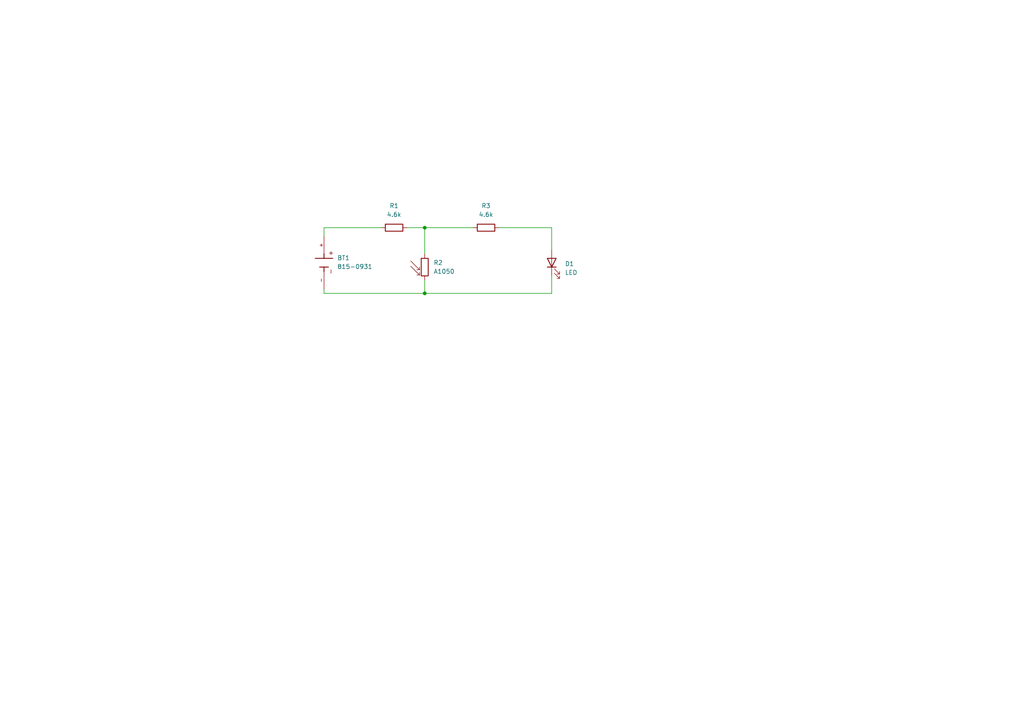
<source format=kicad_sch>
(kicad_sch (version 20231120) (generator "eeschema") (generator_version "8.0")
  (paper "A4")
  (lib_symbols
    (symbol "815-0931:815-0931" (pin_names (offset 1.016))
      (property "Reference" "BT" (at -6.3614 3.8138 0))
      (property "Value" "815-0931" (at -6.3618 -6.3579 0))
      (symbol "815-0931_0_0"
        (polyline (pts (xy -3.302 2.032) (xy -2.286 2.032)) (stroke (width 0.1524)))
        (polyline (pts (xy -2.794 2.54) (xy -2.794 1.524)) (stroke (width 0.1524)))
        (polyline (pts (xy -2.54 0) (xy -1.27 0)) (stroke (width 0.254)))
        (polyline (pts (xy -1.27 0) (xy -1.27 -2.54)) (stroke (width 0.254)))
        (polyline (pts (xy -1.27 2.54) (xy -1.27 0)) (stroke (width 0.254)))
        (polyline (pts (xy 1.27 0) (xy 1.27 -1.27)) (stroke (width 0.254)))
        (polyline (pts (xy 1.27 0) (xy 2.54 0)) (stroke (width 0.254)))
        (polyline (pts (xy 1.27 1.27) (xy 1.27 0)) (stroke (width 0.254)))
        (polyline (pts (xy 2.032 2.032) (xy 3.048 2.032)) (stroke (width 0.1524)))
        (pin passive line (at -7.62 0 0) (length 5.08) (name "~") (number "+"))
        (pin passive line (at 7.62 0 180) (length 5.08) (name "~") (number "-"))
      )
    )
    (symbol "Device:LED" (pin_numbers hide) (pin_names (offset 1.016) hide)
      (property "Reference" "D" (at 0 2.54 0))
      (property "Value" "LED" (at 0 -2.54 0))
      (symbol "LED_0_1"
        (polyline (pts (xy -1.27 -1.27) (xy -1.27 1.27)) (stroke (width 0.254)))
        (polyline (pts (xy -1.27 0) (xy 1.27 0)))
        (polyline (pts (xy 1.27 -1.27) (xy 1.27 1.27) (xy -1.27 0) (xy 1.27 -1.27)) (stroke (width 0.254)))
        (polyline (pts (xy -3.048 -0.762) (xy -4.572 -2.286) (xy -3.81 -2.286) (xy -4.572 -2.286) (xy -4.572 -1.524)))
        (polyline (pts (xy -1.778 -0.762) (xy -3.302 -2.286) (xy -2.54 -2.286) (xy -3.302 -2.286) (xy -3.302 -1.524)))
      )
      (symbol "LED_1_1"
        (pin passive line (at -3.81 0 0) (length 2.54) (name "K") (number "1"))
        (pin passive line (at 3.81 0 180) (length 2.54) (name "A") (number "2"))
      )
    )
    (symbol "Device:R" (pin_numbers hide) (pin_names (offset 0))
      (property "Reference" "R" (at 2.032 0 90))
      (property "Value" "R" (at 0 0 90))
      (symbol "R_0_1"
        (rectangle (start -1.016 -2.54) (end 1.016 2.54) (stroke (width 0.254)))
      )
      (symbol "R_1_1"
        (pin passive line (at 0 3.81 270) (length 1.27) (name "~") (number "1"))
        (pin passive line (at 0 -3.81 90) (length 1.27) (name "~") (number "2"))
      )
    )
    (symbol "Sensor_Optical:A1050" (pin_numbers hide) (pin_names (offset 0))
      (property "Reference" "R" (at -5.08 0 90))
      (property "Value" "A1050" (at 1.905 0 90))
      (symbol "A1050_0_1"
        (rectangle (start -1.016 2.54) (end 1.016 -2.54) (stroke (width 0.254)))
        (polyline (pts (xy -1.524 -2.286) (xy -4.064 0.254)))
        (polyline (pts (xy -1.524 -2.286) (xy -2.286 -2.286)))
        (polyline (pts (xy -1.524 -2.286) (xy -1.524 -1.524)))
        (polyline (pts (xy -1.524 -0.762) (xy -4.064 1.778)))
        (polyline (pts (xy -1.524 -0.762) (xy -2.286 -0.762)))
        (polyline (pts (xy -1.524 -0.762) (xy -1.524 0)))
      )
      (symbol "A1050_1_1"
        (pin passive line (at 0 3.81 270) (length 1.27) (name "~") (number "1"))
        (pin passive line (at 0 -3.81 90) (length 1.27) (name "~") (number "2"))
      )
    )
  )
  (junction (at 123.19 85.09))
  (junction (at 123.19 66.04))
  (wire (pts (xy 123.19 66.04) (xy 137.16 66.04)))
  (wire (pts (xy 93.98 68.58) (xy 93.98 66.04)))
  (wire (pts (xy 123.19 66.04) (xy 123.19 73.66)))
  (wire (pts (xy 123.19 85.09) (xy 93.98 85.09)))
  (wire (pts (xy 93.98 85.09) (xy 93.98 83.82)))
  (wire (pts (xy 160.02 85.09) (xy 123.19 85.09)))
  (wire (pts (xy 144.78 66.04) (xy 160.02 66.04)))
  (wire (pts (xy 160.02 66.04) (xy 160.02 72.39)))
  (wire (pts (xy 93.98 66.04) (xy 110.49 66.04)))
  (wire (pts (xy 123.19 81.28) (xy 123.19 85.09)))
  (wire (pts (xy 118.11 66.04) (xy 123.19 66.04)))
  (wire (pts (xy 160.02 80.01) (xy 160.02 85.09)))
  (symbol (lib_id "Device:LED") (at 160.02 76.2 90) (unit 1)
    (property "Reference" "D1" (at 163.83 76.5174 90) (effects (justify right)))
    (property "Value" "LED" (at 163.83 79.0574 90) (effects (justify right)))
    (property "Footprint" "LED_THT:LED_D3.0mm_Horizontal_O1.27mm_Z6.0mm" (effects (hide yes)))
    (property "Description" "Light emitting diode" (effects (hide yes)))
  )
  (symbol (lib_id "815-0931:815-0931") (at 93.98 76.2 270) (unit 1)
    (property "Reference" "BT1" (at 97.79 74.8029 90) (effects (justify left)))
    (property "Value" "815-0931" (at 97.79 77.3429 90) (effects (justify left)))
    (property "Footprint" "815_0931:BAT_815-0931" (effects (hide yes)))
    (property "PARTREV" "F" (effects (hide yes)))
    (property "STANDARD" "Manufacturer Recommendations" (effects (hide yes)))
    (property "MAXIMUM_PACKAGE_HEIGHT" "15.75mm" (effects (hide yes)))
    (property "MANUFACTURER" "MPD" (effects (hide yes)))
  )
  (symbol (lib_id "Sensor_Optical:A1050") (at 123.19 77.47 0) (unit 1)
    (property "Reference" "R2" (at 125.73 76.1999 0) (effects (justify left)))
    (property "Value" "A1050" (at 125.73 78.7399 0) (effects (justify left)))
    (property "Footprint" "OptoDevice:R_LDR_D6.4mm_P3.4mm_Vertical" (effects (hide yes)))
    (property "Datasheet" "http://cdn-reichelt.de/documents/datenblatt/A500/A106012.pdf" (effects (hide yes)))
    (property "Description" "light dependent resistor" (effects (hide yes)))
  )
  (symbol (lib_id "Device:R") (at 114.3 66.04 270) (unit 1)
    (property "Reference" "R1" (at 114.3 59.69 90))
    (property "Value" "4.6k" (at 114.3 62.23 90))
    (property "Footprint" "Resistor_THT:R_Axial_DIN0207_L6.3mm_D2.5mm_P10.16mm_Horizontal" (effects (hide yes)))
    (property "Description" "Resistor" (effects (hide yes)))
  )
  (symbol (lib_id "Device:R") (at 140.97 66.04 270) (unit 1)
    (property "Reference" "R3" (at 140.97 59.69 90))
    (property "Value" "4.6k" (at 140.97 62.23 90))
    (property "Footprint" "Resistor_THT:R_Axial_DIN0207_L6.3mm_D2.5mm_P10.16mm_Horizontal" (effects (hide yes)))
    (property "Description" "Resistor" (effects (hide yes)))
  )
)
</source>
